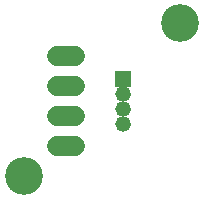
<source format=gbr>
G04 EAGLE Gerber RS-274X export*
G75*
%MOMM*%
%FSLAX34Y34*%
%LPD*%
%INSoldermask Top*%
%IPPOS*%
%AMOC8*
5,1,8,0,0,1.08239X$1,22.5*%
G01*
%ADD10C,3.203200*%
%ADD11C,1.727200*%
%ADD12R,1.321200X1.321200*%
%ADD13C,1.321200*%


D10*
X170180Y751840D03*
X38100Y622300D03*
D11*
X66040Y647700D02*
X81280Y647700D01*
X81280Y673100D02*
X66040Y673100D01*
X66040Y698500D02*
X81280Y698500D01*
X81280Y723900D02*
X66040Y723900D01*
D12*
X121920Y704850D03*
D13*
X121920Y692150D03*
X121920Y679450D03*
X121920Y666750D03*
M02*

</source>
